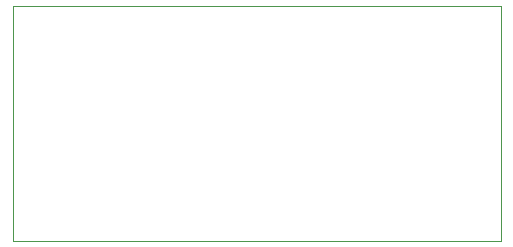
<source format=gbr>
%TF.GenerationSoftware,KiCad,Pcbnew,7.0.6*%
%TF.CreationDate,2023-12-02T19:26:21-07:00*%
%TF.ProjectId,Temp Sensor Board 1,54656d70-2053-4656-9e73-6f7220426f61,rev?*%
%TF.SameCoordinates,Original*%
%TF.FileFunction,Profile,NP*%
%FSLAX46Y46*%
G04 Gerber Fmt 4.6, Leading zero omitted, Abs format (unit mm)*
G04 Created by KiCad (PCBNEW 7.0.6) date 2023-12-02 19:26:21*
%MOMM*%
%LPD*%
G01*
G04 APERTURE LIST*
%TA.AperFunction,Profile*%
%ADD10C,0.100000*%
%TD*%
G04 APERTURE END LIST*
D10*
X117221000Y-72517000D02*
X158536646Y-72517000D01*
X158536646Y-92369646D01*
X117221000Y-92369646D01*
X117221000Y-72517000D01*
M02*

</source>
